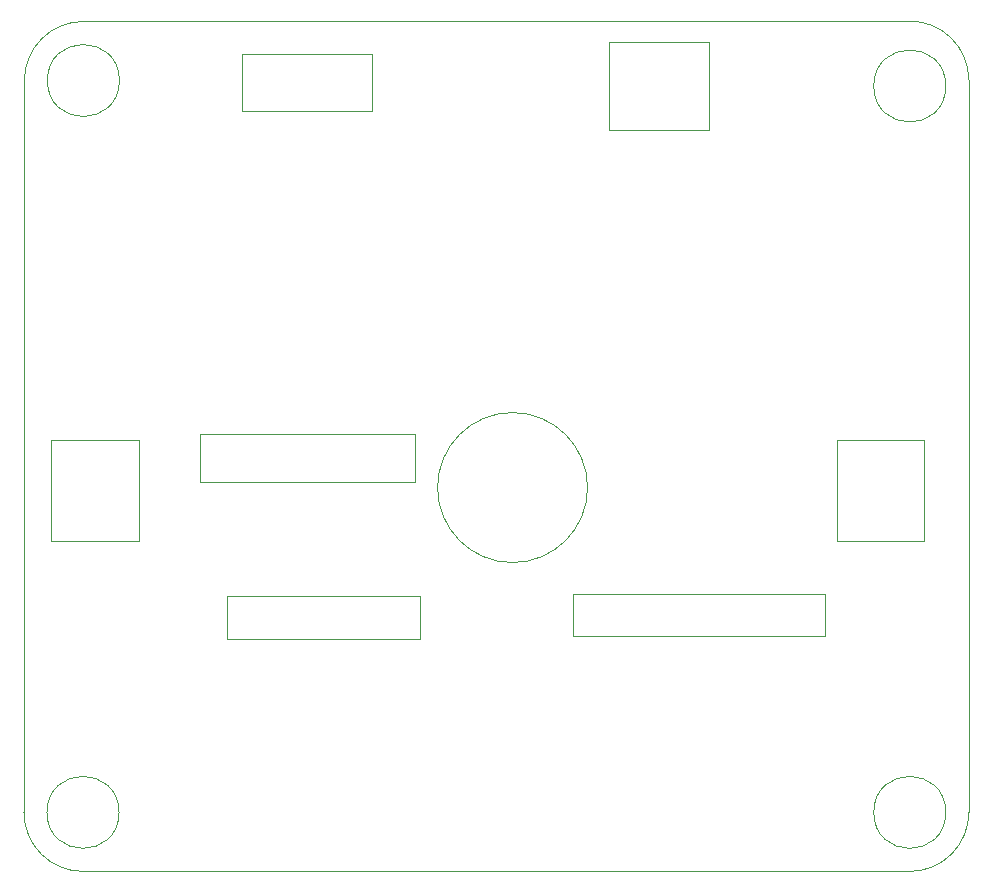
<source format=gbr>
%TF.GenerationSoftware,KiCad,Pcbnew,8.0.5*%
%TF.CreationDate,2025-01-31T12:13:52-06:00*%
%TF.ProjectId,DRAG_SUBSCALE_WIRING,44524147-5f53-4554-9253-43414c455f57,rev?*%
%TF.SameCoordinates,Original*%
%TF.FileFunction,Other,User*%
%FSLAX46Y46*%
G04 Gerber Fmt 4.6, Leading zero omitted, Abs format (unit mm)*
G04 Created by KiCad (PCBNEW 8.0.5) date 2025-01-31 12:13:52*
%MOMM*%
%LPD*%
G01*
G04 APERTURE LIST*
%ADD10C,0.050000*%
%TA.AperFunction,Profile*%
%ADD11C,0.050000*%
%TD*%
G04 APERTURE END LIST*
D10*
%TO.C,H2*%
X215050000Y-69000000D02*
G75*
G02*
X208950000Y-69000000I-3050000J0D01*
G01*
X208950000Y-69000000D02*
G75*
G02*
X215050000Y-69000000I3050000J0D01*
G01*
%TO.C,H1*%
X145085534Y-68535534D02*
G75*
G02*
X138985534Y-68535534I-3050000J0D01*
G01*
X138985534Y-68535534D02*
G75*
G02*
X145085534Y-68535534I3050000J0D01*
G01*
%TO.C,H4*%
X215050000Y-130500000D02*
G75*
G02*
X208950000Y-130500000I-3050000J0D01*
G01*
X208950000Y-130500000D02*
G75*
G02*
X215050000Y-130500000I3050000J0D01*
G01*
%TO.C,BNO_055*%
X154200000Y-112200000D02*
X154200000Y-115800000D01*
X154200000Y-115800000D02*
X170500000Y-115800000D01*
X170500000Y-112200000D02*
X154200000Y-112200000D01*
X170500000Y-115800000D02*
X170500000Y-112200000D01*
%TO.C,J2*%
X186500000Y-65300000D02*
X186500000Y-72700000D01*
X186500000Y-72700000D02*
X195000000Y-72700000D01*
X195000000Y-65300000D02*
X186500000Y-65300000D01*
X195000000Y-72700000D02*
X195000000Y-65300000D01*
%TO.C,R1*%
X151930000Y-98450000D02*
X151930000Y-102550000D01*
X151930000Y-102550000D02*
X170070000Y-102550000D01*
X170070000Y-98450000D02*
X151930000Y-98450000D01*
X170070000Y-102550000D02*
X170070000Y-98450000D01*
%TO.C,BMP_390*%
X183500000Y-112000000D02*
X204850000Y-112000000D01*
X183500000Y-115550000D02*
X183500000Y-112000000D01*
X204850000Y-112000000D02*
X204850000Y-115550000D01*
X204850000Y-115550000D02*
X183500000Y-115550000D01*
%TO.C,J4*%
X155500000Y-66300000D02*
X155500000Y-71100000D01*
X155500000Y-71100000D02*
X166500000Y-71100000D01*
X166500000Y-66300000D02*
X155500000Y-66300000D01*
X166500000Y-71100000D02*
X166500000Y-66300000D01*
%TO.C,H3*%
X145050000Y-130500000D02*
G75*
G02*
X138950000Y-130500000I-3050000J0D01*
G01*
X138950000Y-130500000D02*
G75*
G02*
X145050000Y-130500000I3050000J0D01*
G01*
%TO.C,J1*%
X205800000Y-99000000D02*
X205800000Y-107500000D01*
X205800000Y-107500000D02*
X213200000Y-107500000D01*
X213200000Y-99000000D02*
X205800000Y-99000000D01*
X213200000Y-107500000D02*
X213200000Y-99000000D01*
%TO.C,BZ1*%
X184720785Y-103000000D02*
G75*
G02*
X172020785Y-103000000I-6350000J0D01*
G01*
X172020785Y-103000000D02*
G75*
G02*
X184720785Y-103000000I6350000J0D01*
G01*
%TO.C,J3*%
X139300000Y-99000000D02*
X139300000Y-107500000D01*
X139300000Y-107500000D02*
X146700000Y-107500000D01*
X146700000Y-99000000D02*
X139300000Y-99000000D01*
X146700000Y-107500000D02*
X146700000Y-99000000D01*
%TD*%
D11*
X137000000Y-130500000D02*
X137035534Y-68535534D01*
X217000000Y-130500000D02*
G75*
G02*
X212000000Y-135500000I-5000000J0D01*
G01*
X212000000Y-135500000D02*
X142000000Y-135500000D01*
X142000000Y-135500000D02*
G75*
G02*
X137000000Y-130500000I0J5000000D01*
G01*
X142035534Y-63535534D02*
X212000000Y-63500000D01*
X217000000Y-68500000D02*
X217000000Y-130500000D01*
X137035534Y-68535534D02*
G75*
G02*
X142035534Y-63535534I4999966J34D01*
G01*
X212000000Y-63500000D02*
G75*
G02*
X217000000Y-68500000I0J-5000000D01*
G01*
M02*

</source>
